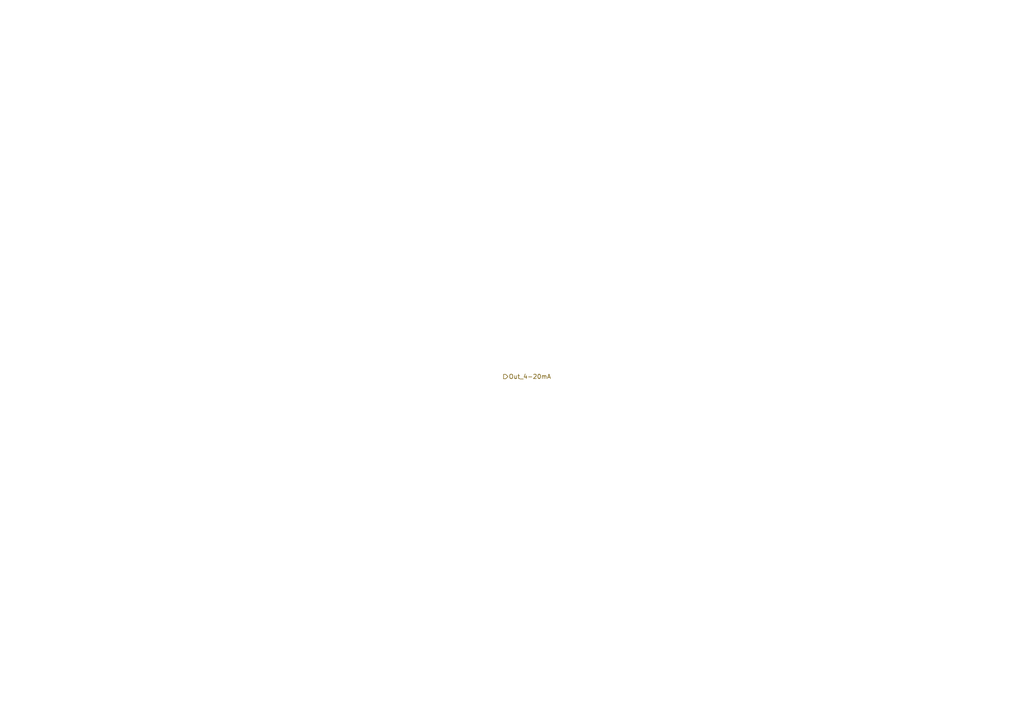
<source format=kicad_sch>
(kicad_sch
	(version 20250114)
	(generator "eeschema")
	(generator_version "9.0")
	(uuid "4c7ba639-750b-4b1a-a599-00ebbc06a856")
	(paper "A4")
	(lib_symbols)
	(hierarchical_label "Out_4-20mA"
		(shape output)
		(at 146.05 109.22 0)
		(effects
			(font
				(size 1.27 1.27)
			)
			(justify left)
		)
		(uuid "34521497-ae92-4f5b-a7e4-367ebad9b215")
	)
)

</source>
